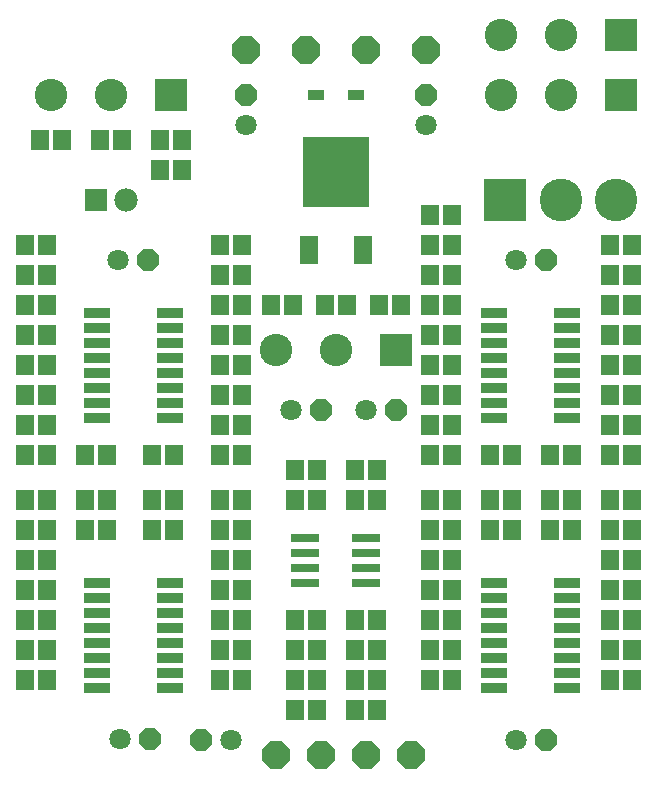
<source format=gbr>
G04 EAGLE Gerber RS-274X export*
G75*
%MOMM*%
%FSLAX34Y34*%
%LPD*%
%INSoldermask Top*%
%IPPOS*%
%AMOC8*
5,1,8,0,0,1.08239X$1,22.5*%
G01*
%ADD10P,2.556822X8X22.500000*%
%ADD11R,1.503200X1.703200*%
%ADD12P,1.951982X8X22.500000*%
%ADD13C,1.803400*%
%ADD14P,1.951982X8X112.500000*%
%ADD15P,1.951982X8X202.500000*%
%ADD16R,1.403200X0.953200*%
%ADD17R,2.743200X2.743200*%
%ADD18C,2.743200*%
%ADD19R,2.235200X0.863600*%
%ADD20R,2.403200X0.803200*%
%ADD21R,1.503200X2.353200*%
%ADD22R,5.703200X5.903200*%
%ADD23R,3.619200X3.619200*%
%ADD24C,3.619200*%
%ADD25C,1.981200*%
%ADD26R,1.981200X1.981200*%


D10*
X266700Y622300D03*
D11*
X308000Y266700D03*
X327000Y266700D03*
X212700Y114300D03*
X193700Y114300D03*
X193700Y190500D03*
X212700Y190500D03*
X28600Y457200D03*
X47600Y457200D03*
X212700Y457200D03*
X193700Y457200D03*
X47600Y406400D03*
X28600Y406400D03*
X47600Y330200D03*
X28600Y330200D03*
X47600Y355600D03*
X28600Y355600D03*
D12*
X133350Y444500D03*
D13*
X107950Y444500D03*
D11*
X193700Y406400D03*
X212700Y406400D03*
X212700Y304800D03*
X193700Y304800D03*
X98400Y241300D03*
X79400Y241300D03*
X212700Y330200D03*
X193700Y330200D03*
X390500Y457200D03*
X371500Y457200D03*
X542900Y457200D03*
X523900Y457200D03*
X390500Y381000D03*
X371500Y381000D03*
D12*
X469900Y444500D03*
D13*
X444500Y444500D03*
D11*
X390500Y355600D03*
X371500Y355600D03*
X390500Y330200D03*
X371500Y330200D03*
X523900Y406400D03*
X542900Y406400D03*
X422300Y279400D03*
X441300Y279400D03*
X542900Y330200D03*
X523900Y330200D03*
X193700Y241300D03*
X212700Y241300D03*
X390500Y215900D03*
X371500Y215900D03*
X390500Y190500D03*
X371500Y190500D03*
D12*
X469900Y38100D03*
D13*
X444500Y38100D03*
D11*
X390500Y139700D03*
X371500Y139700D03*
X390500Y114300D03*
X371500Y114300D03*
X492100Y215900D03*
X473100Y215900D03*
X390500Y88900D03*
X371500Y88900D03*
X542900Y88900D03*
X523900Y88900D03*
X542900Y114300D03*
X523900Y114300D03*
X390500Y241300D03*
X371500Y241300D03*
X47600Y165100D03*
X28600Y165100D03*
X371500Y304800D03*
X390500Y304800D03*
X92100Y546100D03*
X111100Y546100D03*
X212700Y279400D03*
X193700Y279400D03*
X308000Y88900D03*
X327000Y88900D03*
D14*
X215900Y584200D03*
D13*
X215900Y558800D03*
D15*
X177800Y38100D03*
D13*
X203200Y38100D03*
D12*
X279400Y317500D03*
D13*
X254000Y317500D03*
D11*
X47600Y88900D03*
X28600Y88900D03*
D12*
X342900Y317500D03*
D13*
X317500Y317500D03*
D11*
X47600Y114300D03*
X28600Y114300D03*
D12*
X134620Y39370D03*
D13*
X109220Y39370D03*
D11*
X212700Y165100D03*
X193700Y165100D03*
X212700Y88900D03*
X193700Y88900D03*
D16*
X275100Y584200D03*
X309100Y584200D03*
D17*
X152400Y584200D03*
D18*
X101600Y584200D03*
X50800Y584200D03*
D10*
X317500Y622300D03*
X241300Y25400D03*
X215900Y622300D03*
X368300Y622300D03*
D19*
X89916Y171450D03*
X89916Y158750D03*
X89916Y146050D03*
X89916Y133350D03*
X89916Y120650D03*
X89916Y107950D03*
X89916Y95250D03*
X89916Y82550D03*
X151384Y82550D03*
X151384Y95250D03*
X151384Y107950D03*
X151384Y120650D03*
X151384Y133350D03*
X151384Y146050D03*
X151384Y158750D03*
X151384Y171450D03*
X89916Y400050D03*
X89916Y387350D03*
X89916Y374650D03*
X89916Y361950D03*
X89916Y349250D03*
X89916Y336550D03*
X89916Y323850D03*
X89916Y311150D03*
X151384Y311150D03*
X151384Y323850D03*
X151384Y336550D03*
X151384Y349250D03*
X151384Y361950D03*
X151384Y374650D03*
X151384Y387350D03*
X151384Y400050D03*
X426466Y400050D03*
X426466Y387350D03*
X426466Y374650D03*
X426466Y361950D03*
X426466Y349250D03*
X426466Y336550D03*
X426466Y323850D03*
X426466Y311150D03*
X487934Y311150D03*
X487934Y323850D03*
X487934Y336550D03*
X487934Y349250D03*
X487934Y361950D03*
X487934Y374650D03*
X487934Y387350D03*
X487934Y400050D03*
X426466Y171450D03*
X426466Y158750D03*
X426466Y146050D03*
X426466Y133350D03*
X426466Y120650D03*
X426466Y107950D03*
X426466Y95250D03*
X426466Y82550D03*
X487934Y82550D03*
X487934Y95250D03*
X487934Y107950D03*
X487934Y120650D03*
X487934Y133350D03*
X487934Y146050D03*
X487934Y158750D03*
X487934Y171450D03*
D20*
X266100Y196850D03*
X318100Y196850D03*
X266100Y209550D03*
X266100Y184150D03*
X266100Y171450D03*
X318100Y209550D03*
X318100Y184150D03*
X318100Y171450D03*
D21*
X269250Y452800D03*
D22*
X292100Y519450D03*
D21*
X314950Y452800D03*
D10*
X317500Y25400D03*
D17*
X342900Y368300D03*
D18*
X292100Y368300D03*
X241300Y368300D03*
D23*
X435610Y495300D03*
D24*
X482600Y495300D03*
X529590Y495300D03*
D10*
X355600Y25400D03*
D11*
X257200Y266700D03*
X276200Y266700D03*
X28600Y139700D03*
X47600Y139700D03*
X47600Y304800D03*
X28600Y304800D03*
X28600Y215900D03*
X47600Y215900D03*
X212700Y215900D03*
X193700Y215900D03*
X28600Y190500D03*
X47600Y190500D03*
X28600Y431800D03*
X47600Y431800D03*
X212700Y431800D03*
X193700Y431800D03*
X212700Y381000D03*
X193700Y381000D03*
X28600Y381000D03*
X47600Y381000D03*
X28600Y279400D03*
X47600Y279400D03*
X327000Y241300D03*
X308000Y241300D03*
X193700Y355600D03*
X212700Y355600D03*
X136550Y279400D03*
X155550Y279400D03*
X98400Y279400D03*
X79400Y279400D03*
X371500Y431800D03*
X390500Y431800D03*
X371500Y406400D03*
X390500Y406400D03*
X542900Y431800D03*
X523900Y431800D03*
X542900Y381000D03*
X523900Y381000D03*
X371500Y482600D03*
X390500Y482600D03*
X523900Y355600D03*
X542900Y355600D03*
X523900Y304800D03*
X542900Y304800D03*
X276200Y241300D03*
X257200Y241300D03*
X542900Y165100D03*
X523900Y165100D03*
X542900Y190500D03*
X523900Y190500D03*
X542900Y215900D03*
X523900Y215900D03*
X422300Y215900D03*
X441300Y215900D03*
X371500Y165100D03*
X390500Y165100D03*
X441300Y241300D03*
X422300Y241300D03*
X473100Y241300D03*
X492100Y241300D03*
X523900Y279400D03*
X542900Y279400D03*
X473100Y279400D03*
X492100Y279400D03*
X542900Y241300D03*
X523900Y241300D03*
X193700Y139700D03*
X212700Y139700D03*
X371500Y279400D03*
X390500Y279400D03*
X282600Y406400D03*
X301600Y406400D03*
X161900Y546100D03*
X142900Y546100D03*
X236880Y406400D03*
X255880Y406400D03*
X327000Y114300D03*
X308000Y114300D03*
X276200Y114300D03*
X257200Y114300D03*
X276200Y88900D03*
X257200Y88900D03*
X308000Y63500D03*
X327000Y63500D03*
X276200Y63500D03*
X257200Y63500D03*
X136550Y241300D03*
X155550Y241300D03*
X327000Y139700D03*
X308000Y139700D03*
X276200Y139700D03*
X257200Y139700D03*
X98400Y215900D03*
X79400Y215900D03*
X142900Y520700D03*
X161900Y520700D03*
X328320Y406400D03*
X347320Y406400D03*
X28600Y241300D03*
X47600Y241300D03*
X155550Y215900D03*
X136550Y215900D03*
D17*
X533400Y584200D03*
D18*
X482600Y584200D03*
X431800Y584200D03*
D17*
X533400Y635000D03*
D18*
X482600Y635000D03*
X431800Y635000D03*
D25*
X114300Y495300D03*
D26*
X88900Y495300D03*
D11*
X60300Y546100D03*
X41300Y546100D03*
D10*
X279400Y25400D03*
D14*
X368300Y584200D03*
D13*
X368300Y558800D03*
D11*
X542900Y139700D03*
X523900Y139700D03*
M02*

</source>
